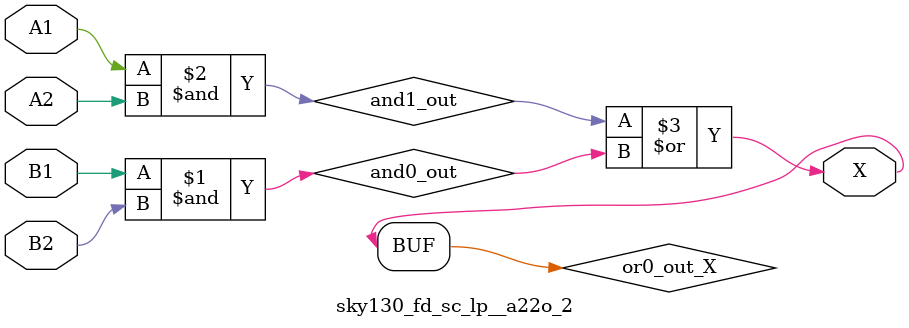
<source format=v>
/*
 * Copyright 2020 The SkyWater PDK Authors
 *
 * Licensed under the Apache License, Version 2.0 (the "License");
 * you may not use this file except in compliance with the License.
 * You may obtain a copy of the License at
 *
 *     https://www.apache.org/licenses/LICENSE-2.0
 *
 * Unless required by applicable law or agreed to in writing, software
 * distributed under the License is distributed on an "AS IS" BASIS,
 * WITHOUT WARRANTIES OR CONDITIONS OF ANY KIND, either express or implied.
 * See the License for the specific language governing permissions and
 * limitations under the License.
 *
 * SPDX-License-Identifier: Apache-2.0
*/


`ifndef SKY130_FD_SC_LP__A22O_2_FUNCTIONAL_V
`define SKY130_FD_SC_LP__A22O_2_FUNCTIONAL_V

/**
 * a22o: 2-input AND into both inputs of 2-input OR.
 *
 *       X = ((A1 & A2) | (B1 & B2))
 *
 * Verilog simulation functional model.
 */

`timescale 1ns / 1ps
`default_nettype none

`celldefine
module sky130_fd_sc_lp__a22o_2 (
    X ,
    A1,
    A2,
    B1,
    B2
);

    // Module ports
    output X ;
    input  A1;
    input  A2;
    input  B1;
    input  B2;

    // Local signals
    wire and0_out ;
    wire and1_out ;
    wire or0_out_X;

    //  Name  Output     Other arguments
    and and0 (and0_out , B1, B2            );
    and and1 (and1_out , A1, A2            );
    or  or0  (or0_out_X, and1_out, and0_out);
    buf buf0 (X        , or0_out_X         );

endmodule
`endcelldefine

`default_nettype wire
`endif  // SKY130_FD_SC_LP__A22O_2_FUNCTIONAL_V

</source>
